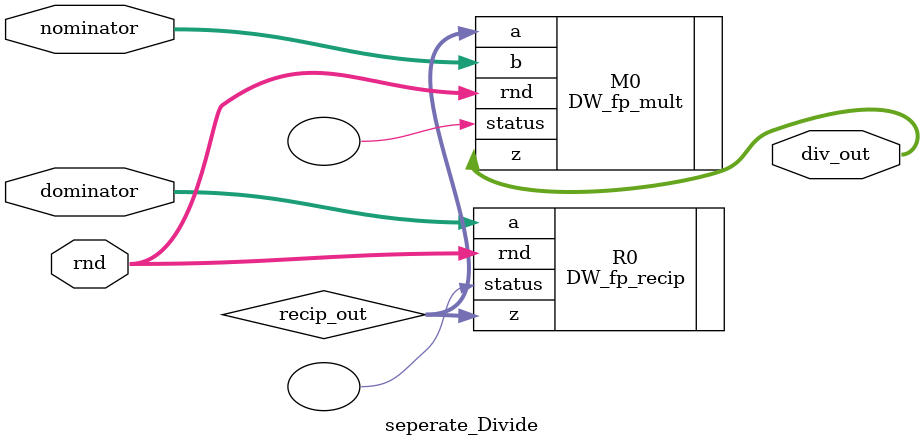
<source format=v>







module SNN(
    //Input Port
    clk,
    rst_n,
    in_valid,
    Img,
    Kernel,
	Weight,
    Opt,

    //Output Port
    out_valid,
    out
    );


//---------------------------------------------------------------------
//   PARAMETER & integer
//---------------------------------------------------------------------

// IEEE floating point parameter
parameter inst_sig_width = 23;
parameter inst_exp_width = 8;
parameter inst_ieee_compliance = 0;
parameter inst_arch_type = 0;
parameter inst_arch = 0;
parameter inst_faithful_round = 0;
parameter IDLE = 0, CONV = 1, IMG1_COM = 2, IMG2_COM = 3 ;

integer i ;

//---------------------------------------------------------------------
//   I/O port 
//---------------------------------------------------------------------
input rst_n, clk, in_valid;
input [inst_sig_width+inst_exp_width:0] Img, Kernel, Weight;
input [1:0] Opt;

output reg	out_valid;
output reg [inst_sig_width+inst_exp_width:0] out;

//---------------------------------------------------------------------
//   wire & reg  
//---------------------------------------------------------------------
reg  [1:0]row, col ;
reg  [7:0]global_count ;
reg  [7:0]global_count2 ;

reg  [inst_sig_width+inst_exp_width:0] img_row1 [0:3] ;
reg  [inst_sig_width+inst_exp_width:0] img_row2 [0:3] ;
reg  [inst_sig_width+inst_exp_width:0] img_row3 [0:3] ;
reg  [inst_sig_width+inst_exp_width:0] img_row4 [0:3] ;
									   
reg  [inst_sig_width+inst_exp_width:0] kernel_save1 [0:8] ;
reg  [inst_sig_width+inst_exp_width:0] kernel_save2 [0:8] ;
reg  [inst_sig_width+inst_exp_width:0] kernel_save3 [0:8] ;
									   
reg  [inst_sig_width+inst_exp_width:0] weight_save [0:3] ;
reg  [1:0] opt_save ; 

reg  [inst_sig_width+inst_exp_width:0] shift_img_reg1 [0:2] ;
reg  [inst_sig_width+inst_exp_width:0] shift_img_reg2 [0:2] ;
reg  [inst_sig_width+inst_exp_width:0] shift_img_reg3 [0:2] ;

reg  [inst_sig_width+inst_exp_width:0] final_chosen_pixel [0:2] ;
wire [inst_sig_width+inst_exp_width:0] dp3_out [0:2] ;
reg  [inst_sig_width+inst_exp_width:0] dp3 [0:2] ;

reg  [inst_sig_width+inst_exp_width:0] feature_map [0:3][0:3] ;
wire [inst_sig_width+inst_exp_width:0] sum3_out ;
wire [inst_sig_width+inst_exp_width:0] add_out  ;

reg  [inst_sig_width+inst_exp_width:0] max_pool [0:3] ;
reg  [inst_sig_width+inst_exp_width:0] cmp1, cmp2, big_one, small_one ;

reg  [inst_sig_width+inst_exp_width:0] fully_flattern [0:3] ;
reg  [inst_sig_width+inst_exp_width:0] fully_add_out ;

reg  [inst_sig_width+inst_exp_width:0] norm_max, norm_min ;
reg  [inst_sig_width+inst_exp_width:0] cmp3, cmp4, big_o, small_o ;
reg  [inst_sig_width+inst_exp_width:0] norm_nomi, norm_domi ;
wire [inst_sig_width+inst_exp_width:0] norm_out ;
reg  [inst_sig_width+inst_exp_width:0] norm ;
reg [inst_sig_width+inst_exp_width:0] div_nomi, div_domi ; 

wire [inst_sig_width+inst_exp_width:0] exp_out ;
reg  [inst_sig_width+inst_exp_width:0] exp [0:3] ;

reg [inst_sig_width+inst_exp_width:0] recip_in ;
wire [inst_sig_width+inst_exp_width:0] recip_out ;
reg [inst_sig_width+inst_exp_width:0] recip [0:3] ; 

reg [inst_sig_width+inst_exp_width:0] add1, add2, add3, add4 ;
wire [inst_sig_width+inst_exp_width:0] add_out1, add_out2 ; 

reg [inst_sig_width+inst_exp_width:0] one_plus_exp ; 
reg [inst_sig_width+inst_exp_width:0] exp_plus_exp, exp_minus_exp ; 

reg [inst_sig_width+inst_exp_width:0] tanh_or_sigmoid [0:3] ;

reg [inst_sig_width+inst_exp_width:0] encoding_vec [0:3] ;



//---------------------------------------------------------------------
//   FSM 
//---------------------------------------------------------------------
reg [1:0] curr_state, next_state ;

always @ (posedge clk or negedge rst_n) begin 
	if (!rst_n) curr_state <= IDLE ;
	else curr_state <= next_state ;
end


always @ (*) begin 
	case (curr_state)
		IDLE : begin 
			if (in_valid) next_state = CONV ;
			else next_state = IDLE ;
		end
		CONV : begin 
			if (global_count == 44) next_state = IMG1_COM ;
			else next_state = CONV ;
		end
		IMG1_COM : begin 
			if (global_count2 == 27) next_state = IMG2_COM ;
			else next_state = IMG1_COM ;
		end
		IMG2_COM : begin 
			if (global_count2 == 28) next_state = IDLE ;
			else next_state = IMG2_COM ;
		end
		default : next_state = IDLE ;
	endcase
end

//--------------------------------------------------------------------------------------------------------------------------------------------------------------------------------------------------------------------------------------
//   																													D-Flip Flop  
//--------------------------------------------------------------------------------------------------------------------------------------------------------------------------------------------------------------------------------------


//---------------------------------------------------------------------
//   global_count  
//---------------------------------------------------------------------
always @ (posedge clk or negedge rst_n) begin 
	if (!rst_n) begin 
		global_count <= 0 ;
	end
	else begin 
		if (curr_state == IMG1_COM && global_count == 57) global_count <= 10 ;
		else if (in_valid || curr_state == CONV || curr_state == IMG1_COM || curr_state == IMG2_COM) global_count <= global_count + 1 ;
		else global_count <= 0 ;
	end
end

//---------------------------------------------------------------------
//   global_count2 
//---------------------------------------------------------------------
always @ (posedge clk or negedge rst_n) begin 
	if (!rst_n) begin 
		global_count2 <= 0 ;
	end
	else begin
		if (curr_state == IMG1_COM && global_count2 == 27) global_count2 <= 0 ;
		else if (curr_state == IMG1_COM || (curr_state == IMG2_COM && global_count >= 45)) global_count2 <= global_count2 + 1 ;
		else global_count2 <= 0 ;
	end
end

//---------------------------------------------------------------------
//   row  
//---------------------------------------------------------------------
always @ (posedge clk or negedge rst_n) begin 
	if (!rst_n) begin 
		row <= 0 ;
	end
	else begin 
		if (curr_state == IDLE) row <= 0 ;
		else if (col == 3) row <= row + 1 ;
		else row <= row ;
	end
end

//---------------------------------------------------------------------
//   col  
//---------------------------------------------------------------------
always @ (posedge clk or negedge rst_n) begin 
	if (!rst_n) begin 
		col <= 0 ;
	end
	else begin 
		if (global_count >= 8) col <= col + 1 ;
		else col <= 0 ;
	end
end

//---------------------------------------------------------------------
//   save image_row 
//---------------------------------------------------------------------
always @ (posedge clk or negedge rst_n) begin 
	if (!rst_n) begin 
		for (i = 0 ; i < 4 ; i = i + 1) begin 
			img_row1[i] <= 0 ;
		end
	end
	else begin 
		if (in_valid && global_count[3:0] < 4) begin 
			img_row1[3] <= Img ;
			img_row1[2] <= img_row1[3] ;
			img_row1[1] <= img_row1[2] ;
			img_row1[0] <= img_row1[1] ;
		end
		else begin 
			for (i = 0 ; i < 4 ; i = i + 1) begin 
				img_row1[i] <= img_row1[i] ;
			end

		end
	end
end

always @ (posedge clk or negedge rst_n) begin 
	if (!rst_n) begin 
		for (i = 0 ; i < 4 ; i = i + 1) begin 
			img_row2[i] <= 0 ;
		end
	end
	else begin 
		if (in_valid && global_count[3:0] >= 4 && global_count[3:0] < 8) begin 
			img_row2[3] <= Img ;
			img_row2[2] <= img_row2[3] ;
			img_row2[1] <= img_row2[2] ;
			img_row2[0] <= img_row2[1] ;
		end
		else begin 
			for (i = 0 ; i < 4 ; i = i + 1) begin 
				img_row2[i] <= img_row2[i] ;
			end

		end
	end
end

always @ (posedge clk or negedge rst_n) begin 
	if (!rst_n) begin 
		for (i = 0 ; i < 4 ; i = i + 1) begin 
			img_row3[i] <= 0 ;
		end
	end
	else begin 
		if (in_valid &&  global_count[3:0] >= 8 && global_count[3:0] < 12) begin 
			img_row3[3] <= Img ;
			img_row3[2] <= img_row3[3] ;
			img_row3[1] <= img_row3[2] ;
			img_row3[0] <= img_row3[1] ;
		end
		else begin 
			for (i = 0 ; i < 4 ; i = i + 1) begin 
				img_row3[i] <= img_row3[i] ;
			end

		end
	end
end

always @ (posedge clk or negedge rst_n) begin 
	if (!rst_n) begin 
		for (i = 0 ; i < 4 ; i = i + 1) begin 
			img_row4[i] <= 0 ;
		end
	end
	else begin 
		if (in_valid && global_count[3:0] >= 12 && global_count[3:0] < 16) begin 
			img_row4[3] <= Img ;
			img_row4[2] <= img_row4[3] ;
			img_row4[1] <= img_row4[2] ;
			img_row4[0] <= img_row4[1] ;
		end
		else begin 
			for (i = 0 ; i < 4 ; i = i + 1) begin 
				img_row4[i] <= img_row4[i] ;
			end
		end
	end
end

//---------------------------------------------------------------------
//   save kernel    
//---------------------------------------------------------------------
always @ (posedge clk or negedge rst_n) begin 
	if (!rst_n) begin 
		for (i = 0 ; i < 9 ; i = i + 1) begin 
			kernel_save1[i] <= 0 ;
		end
	end
	else begin 
		if (global_count < 9) begin 
			kernel_save1[8] <= Kernel ;
			kernel_save1[7] <= kernel_save1[8] ;
			kernel_save1[6] <= kernel_save1[7] ;
			kernel_save1[5] <= kernel_save1[6] ;
			kernel_save1[4] <= kernel_save1[5] ;
			kernel_save1[3] <= kernel_save1[4] ;
			kernel_save1[2] <= kernel_save1[3] ;
			kernel_save1[1] <= kernel_save1[2] ;
			kernel_save1[0] <= kernel_save1[1] ;
		end
		else begin 
			for (i = 0 ; i < 9 ; i = i + 1) begin 
				kernel_save1[i] <= kernel_save1[i] ;
			end
		end
	end
end

always @ (posedge clk or negedge rst_n) begin 
	if (!rst_n) begin 
		for (i = 0 ; i < 9 ; i = i + 1) begin 
			kernel_save2[i] <= 0 ;
		end
	end
	else begin 
		if (in_valid && curr_state == CONV && global_count >= 9 && global_count < 18) begin 
			kernel_save2[8] <= Kernel ;
			kernel_save2[7] <= kernel_save2[8] ;
			kernel_save2[6] <= kernel_save2[7] ;
			kernel_save2[5] <= kernel_save2[6] ;
			kernel_save2[4] <= kernel_save2[5] ;
			kernel_save2[3] <= kernel_save2[4] ;
			kernel_save2[2] <= kernel_save2[3] ;
			kernel_save2[1] <= kernel_save2[2] ;
			kernel_save2[0] <= kernel_save2[1] ;
		end
		else begin 
			for (i = 0 ; i < 9 ; i = i + 1) begin 
				kernel_save2[i] <= kernel_save2[i] ;
			end
		end
	end
end

always @ (posedge clk or negedge rst_n) begin 
	if (!rst_n) begin 
		for (i = 0 ; i < 9 ; i = i + 1) begin 
			kernel_save3[i] <= 0 ;
		end
	end
	else begin 
		if (in_valid && curr_state == CONV && global_count >= 18 && global_count < 27) begin 
			kernel_save3[8] <= Kernel ;
			kernel_save3[7] <= kernel_save3[8] ;
			kernel_save3[6] <= kernel_save3[7] ;
			kernel_save3[5] <= kernel_save3[6] ;
			kernel_save3[4] <= kernel_save3[5] ;
			kernel_save3[3] <= kernel_save3[4] ;
			kernel_save3[2] <= kernel_save3[3] ;
			kernel_save3[1] <= kernel_save3[2] ;
			kernel_save3[0] <= kernel_save3[1] ;
		end
		else begin 
			for (i = 0 ; i < 9 ; i = i + 1) begin 
				kernel_save3[i] <= kernel_save3[i] ;
			end
		end
	end
end

//---------------------------------------------------------------------
//   save weight   
//---------------------------------------------------------------------
always @ (posedge clk or negedge rst_n) begin 
	if (!rst_n) begin 
		for (i = 0 ; i < 4 ; i = i + 1) begin 
			weight_save[i] <= 0 ;
		end
	end
	else begin 
		if (global_count < 4) begin 
			weight_save[3] <= Weight ;
			weight_save[2] <= weight_save[3] ;
			weight_save[1] <= weight_save[2] ;
			weight_save[0] <= weight_save[1] ;
		end
		else begin 
			for (i = 0 ; i < 4 ; i = i + 1) begin 
				weight_save[i] <= weight_save[i] ;
			end
		end
	end
end

//---------------------------------------------------------------------
//   save opt   
//---------------------------------------------------------------------
always @ (posedge clk or negedge rst_n) begin 
	if (!rst_n) begin 
		opt_save <= 0 ;
	end
	else begin 
		if (global_count < 1) begin 
			opt_save <= Opt ;
		end
		else begin 
			opt_save <= opt_save ;
		end
	end
end


//---------------------------------------------------------------------
//   cal_dp3   
//---------------------------------------------------------------------
always @ (posedge clk or negedge rst_n) begin 
	if (!rst_n) begin 
		for (i = 0 ; i < 3 ; i = i + 1) begin 
			shift_img_reg1[i] <= 0 ;
			shift_img_reg2[i] <= 0 ;
			shift_img_reg3[i] <= 0 ;
		end
	end
	else begin 
		if (global_count >= 8) begin 
			shift_img_reg1[2] <= final_chosen_pixel[0] ;
			shift_img_reg2[2] <= final_chosen_pixel[1];
			shift_img_reg3[2] <= final_chosen_pixel[2];
			shift_img_reg1[1] <= shift_img_reg1[2] ;
			shift_img_reg2[1] <= shift_img_reg2[2] ;
			shift_img_reg3[1] <= shift_img_reg3[2] ;
			shift_img_reg1[0] <= shift_img_reg1[1] ;
			shift_img_reg2[0] <= shift_img_reg2[1] ;
			shift_img_reg3[0] <= shift_img_reg3[1] ;
		end
		else begin 
			for (i = 0 ; i < 3 ; i = i + 1) begin 
				shift_img_reg1[i] <= shift_img_reg1[i] ;
				shift_img_reg2[i] <= shift_img_reg2[i] ;
				shift_img_reg3[i] <= shift_img_reg3[i] ;
			end
		end
	end
end

//---------------------------------------------------------------------
//   dp3   
//---------------------------------------------------------------------
always @ (posedge clk or negedge rst_n) begin 
	if (!rst_n) begin 
		for (i = 0 ; i < 3 ; i = i + 1) begin 
			dp3[i] <= 0 ;
		end
	end
	else begin 
		dp3[0] <= dp3_out[0] ;
		dp3[1] <= dp3_out[1] ;
		dp3[2] <= dp3_out[2] ;
	end
end


//---------------------------------------------------------------------
//   feature_map   
//---------------------------------------------------------------------

always @ (posedge clk or negedge rst_n) begin 
	if (!rst_n) begin 
		feature_map[0][3] <= 0 ;
	end
	else begin 
		if (global_count == 45 || global_count <= 10) feature_map[0][3] <= 0 ;
		else if (col == 3 && row == 0) feature_map[0][3] <= add_out ;
		else feature_map[0][3] <= feature_map[0][3] ;
	end
end

always @ (posedge clk or negedge rst_n) begin 
	if (!rst_n) begin 
		feature_map[1][0] <= 0 ;
	end
	else begin 
		if (global_count == 45 || global_count <= 10) feature_map[1][0] <= 0 ;
		else if (col == 0 && row == 1) feature_map[1][0] <= add_out ;
		else feature_map[1][0] <= feature_map[1][0] ;
	end
end

always @ (posedge clk or negedge rst_n) begin 
	if (!rst_n) begin 
		feature_map[1][1] <= 0 ;
	end
	else begin 
		if (global_count == 47 || global_count <= 10) feature_map[1][1] <= 0 ;
		else if (col == 1 && row == 1) feature_map[1][1] <= add_out ;
		else feature_map[1][1] <= feature_map[1][1] ;
	end
end

always @ (posedge clk or negedge rst_n) begin 
	if (!rst_n) begin 
		feature_map[1][2] <= 0 ;
	end
	else begin 
		if (global_count == 47 || global_count <= 10) feature_map[1][2] <= 0 ;
		else if (col == 2 && row == 1) feature_map[1][2] <= add_out ;
		else feature_map[1][2] <= feature_map[1][2] ;
	end
end

always @ (posedge clk or negedge rst_n) begin 
	if (!rst_n) begin 
		feature_map[1][3] <= 0 ;
	end
	else begin 
		if (global_count == 48 || global_count <= 10) feature_map[1][3] <= 0 ;
		else if (col == 3 && row == 1) feature_map[1][3] <= add_out ;
		else feature_map[1][3] <= feature_map[1][3] ;
	end
end

always @ (posedge clk or negedge rst_n) begin 
	if (!rst_n) begin 
		feature_map[2][0] <= 0 ;
	end
	else begin 
		if (global_count == 49 || global_count <= 10) feature_map[2][0] <= 0 ;
		else if (col == 0 && row == 2) feature_map[2][0] <= add_out ;
		else feature_map[2][0] <= feature_map[2][0] ;
	end
end

always @ (posedge clk or negedge rst_n) begin 
	if (!rst_n) begin 
		feature_map[2][1] <= 0 ;
	end
	else begin 
		if (global_count == 50 || global_count <= 10) feature_map[2][1] <= 0 ;
		else if (col == 1 && row == 2) feature_map[2][1] <= add_out ;
		else feature_map[2][1] <= feature_map[2][1] ;
	end
end

always @ (posedge clk or negedge rst_n) begin 
	if (!rst_n) begin 
		feature_map[2][2] <= 0 ;
	end
	else begin 
		if (global_count == 51 || global_count <= 10) feature_map[2][2] <= 0 ;
		else if (col == 2 && row == 2) feature_map[2][2] <= add_out ;
		else feature_map[2][2] <= feature_map[2][2] ;
	end
end

always @ (posedge clk or negedge rst_n) begin 
	if (!rst_n) begin 
		feature_map[2][3] <= 0 ;
	end
	else begin 
		if (global_count == 53 || global_count <= 10) feature_map[2][3] <= 0 ;
		else if (col == 3 && row == 2) feature_map[2][3] <= add_out ;
		else feature_map[2][3] <= feature_map[2][3] ;
	end
end

always @ (posedge clk or negedge rst_n) begin 
	if (!rst_n) begin 
		feature_map[3][0] <= 0 ;
	end
	else begin 
		if (global_count == 53 || global_count <= 10) feature_map[3][0] <= 0 ;
		else if (col == 0 && row == 3) feature_map[3][0] <= add_out ;
		else feature_map[3][0] <= feature_map[3][0] ;
	end
end

always @ (posedge clk or negedge rst_n) begin 
	if (!rst_n) begin 
		feature_map[3][1] <= 0 ;
	end
	else begin 
		if (global_count == 55 || global_count <= 10) feature_map[3][1] <= 0 ;
		else if (col == 1 && row == 3) feature_map[3][1] <= add_out ;
		else feature_map[3][1] <= feature_map[3][1] ;
	end
end

always @ (posedge clk or negedge rst_n) begin 
	if (!rst_n) begin 
		feature_map[3][2] <= 0 ;
	end
	else begin 
		if (global_count == 55 || global_count <= 10) feature_map[3][2] <= 0 ;
		else if (col == 2 && row == 3) feature_map[3][2] <= add_out ;
		else feature_map[3][2] <= feature_map[3][2] ;
	end
end

always @ (posedge clk or negedge rst_n) begin 
	if (!rst_n) begin 
		feature_map[3][3] <= 0 ;
	end
	else begin 
		if (global_count == 56 || global_count <= 10) feature_map[3][3] <= 0 ;
		else if (col == 3 && row == 3) feature_map[3][3] <= add_out ;
		else feature_map[3][3] <= feature_map[3][3] ;
	end
end

always @ (posedge clk or negedge rst_n) begin 
	if (!rst_n) begin 
		feature_map[0][0] <= 0 ;
	end
	else begin 
		if (global_count == 57 || global_count <= 10) feature_map[0][0] <= 0 ;
		else if (col == 0 && row == 0) feature_map[0][0] <= add_out ;
		else feature_map[0][0] <= feature_map[0][0] ;
	end
end

always @ (posedge clk or negedge rst_n) begin 
	if (!rst_n) begin 
		feature_map[0][1] <= 0 ;
	end
	else begin 
		if (global_count2 == 13 || global_count <= 10) feature_map[0][1] <= 0 ;
		else if (col == 1 && row == 0) feature_map[0][1] <= add_out ;
		else feature_map[0][1] <= feature_map[0][1] ;
	end
end

always @ (posedge clk or negedge rst_n) begin 
	if (!rst_n) begin 
		feature_map[0][2] <= 0 ;
	end
	else begin 
		if (global_count2 == 14 || (curr_state == CONV && global_count <= 10)) feature_map[0][2] <= 0 ;
		else if (col == 2 && row == 0) feature_map[0][2] <= add_out ;
		else feature_map[0][2] <= feature_map[0][2] ;
	end
end

//---------------------------------------------------------------------
//   max_pool   
//---------------------------------------------------------------------
always @ (posedge clk or negedge rst_n) begin 
	if (!rst_n) begin 
		for (i = 0 ; i < 3 ; i = i + 1) begin 
			max_pool[i] <= 0 ;
		end
	end
	else begin 
		if (global_count2 == 0 || global_count2 == 3 || global_count2 == 4) begin 
			max_pool[0] <= big_one ;
			max_pool[1] <= max_pool[1] ;
			max_pool[2] <= max_pool[2] ;
			max_pool[3] <= max_pool[3] ;
		end
		else if (global_count2 == 2 || global_count2 == 5 || global_count2 == 6) begin 
			max_pool[0] <= max_pool[0] ;
			max_pool[1] <= big_one ;
			max_pool[2] <= max_pool[2] ;
			max_pool[3] <= max_pool[3] ;
		end
		else if (global_count2 == 8 || global_count2 == 11 || global_count2 == 12) begin 
			max_pool[0] <= max_pool[0] ;
			max_pool[1] <= max_pool[1] ;
			max_pool[2] <= big_one ;
			max_pool[3] <= max_pool[3] ;
		end
		else if (global_count2 == 10 || global_count2 == 13 || global_count2 == 14) begin 
			max_pool[0] <= max_pool[0] ;
			max_pool[1] <= max_pool[1] ;
			max_pool[2] <= max_pool[2] ;
			max_pool[3] <= big_one ;
		end
		else begin 
			max_pool[0] <= max_pool[0] ;
			max_pool[1] <= max_pool[1] ;
			max_pool[2] <= max_pool[2] ;
			max_pool[3] <= max_pool[3] ;
		end
	end
end

//---------------------------------------------------------------------
//   fully_connected   
//---------------------------------------------------------------------
always @ (posedge clk or negedge rst_n) begin 
	if (!rst_n) begin 
		fully_flattern[0] <= 0 ;
	end
	else begin 
		if (global_count2 == 0) fully_flattern[0] <= 0 ;
		else if (global_count2 == 5 || global_count2 == 7) fully_flattern[0] <= fully_add_out ;
		else fully_flattern[0] <= fully_flattern[0] ;
	end
end

always @ (posedge clk or negedge rst_n) begin 
	if (!rst_n) begin 
		fully_flattern[1] <= 0 ;
	end
	else begin 
		if (global_count2 == 0) fully_flattern[1] <= 0 ;
		else if (global_count2 == 6 || global_count2 == 8) fully_flattern[1] <= fully_add_out ;
		else fully_flattern[1] <= fully_flattern[1] ;
	end
end

always @ (posedge clk or negedge rst_n) begin 
	if (!rst_n) begin 
		fully_flattern[2] <= 0 ;
	end
	else begin 
		if (global_count2 == 0) fully_flattern[2] <= 0 ;
		else if (global_count2 == 13 || global_count2 == 15) fully_flattern[2] <= fully_add_out ;
		else fully_flattern[2] <= fully_flattern[2] ;
	end
end

always @ (posedge clk or negedge rst_n) begin 
	if (!rst_n) begin 
		fully_flattern[3] <= 0 ;
	end
	else begin 
		if (global_count2 == 0) fully_flattern[3] <= 0 ;
		else if (global_count2 == 14 || global_count2 == 16) fully_flattern[3] <= fully_add_out ;
		else fully_flattern[3] <= fully_flattern[3] ;
	end
end


//---------------------------------------------------------------------
//   norm_max   
//---------------------------------------------------------------------
always @ (posedge clk or negedge rst_n) begin 
	if (!rst_n) begin 
		norm_max <= 0 ;
	end
	else begin 
		if (global_count2 == 9 || global_count2 == 16 || global_count2 == 17) norm_max <= big_one ;
		else norm_max <= norm_max ;
	end
end

//---------------------------------------------------------------------
//   norm_min   
//---------------------------------------------------------------------
always @ (posedge clk or negedge rst_n) begin 
	if (!rst_n) begin 
		norm_min <= 0 ;
	end
	else begin 
		if (global_count2 == 9) norm_min <= small_one ;
		else if (global_count2 == 16 || global_count2 == 17) norm_min <= small_o ;
		else norm_min <= norm_min ;
	end
end

//---------------------------------------------------------------------
//   norm_domi   
//---------------------------------------------------------------------
always @ (posedge clk or negedge rst_n) begin 
	if (!rst_n) begin 
		norm_domi <= 1 ;
	end
	else begin 
		if (global_count2 == 18) norm_domi <= fully_add_out ;
		else norm_domi <= norm_domi ;
	end
end

//---------------------------------------------------------------------
//   norm_nomi   
//---------------------------------------------------------------------
always @ (posedge clk or negedge rst_n) begin 
	if (!rst_n) begin 
		norm_nomi <= 0 ;
	end
	else begin 
		if (global_count2 == 18) norm_nomi <= add_out1 ;
		else norm_nomi <= fully_add_out ;
	end
end

//---------------------------------------------------------------------
//   norm   
//---------------------------------------------------------------------
always @ (posedge clk or negedge rst_n) begin 
	if (!rst_n) begin 
		norm <= 0 ;
	end
	else begin 
		norm <= norm_out ;
	end
end

//---------------------------------------------------------------------
//   exp   
//---------------------------------------------------------------------
always @ (posedge clk or negedge rst_n) begin 
	if (!rst_n) begin 
		for (i = 0 ; i < 4 ; i = i +1) begin 
			exp[i] <= 0 ;
		end
	end
	else begin 
		if ((global_count2 >= 20 && global_count2 < 24)) begin 
			exp[3] <= exp_out ;
			exp[2] <= exp[3] ;
			exp[1] <= exp[2] ;
			exp[0] <= exp[1] ;
		end
		else begin 
			for (i = 0 ; i < 4 ; i = i +1) begin 
				exp[i] <= exp[i] ;
			end
		end
	end
end

//---------------------------------------------------------------------
//   recip   
//---------------------------------------------------------------------
always @ (posedge clk or negedge rst_n) begin 
	if (!rst_n) begin 
		for (i = 0 ; i < 4 ; i = i +1) begin 
			recip[i] <= 0 ;
		end
	end
	else begin 
		if ((global_count2 >= 21 && global_count2 < 25)) begin 
			recip[3] <= recip_out ;
			recip[2] <= recip[3] ;
			recip[1] <= recip[2] ;
			recip[0] <= recip[1] ;
		end
		else begin 
			for (i = 0 ; i < 4 ; i = i +1) begin 
				recip[i] <= recip[i] ;
			end
		end
	end
end

//---------------------------------------------------------------------
//   one_plus_exp   
//---------------------------------------------------------------------
always @ (posedge clk or negedge rst_n) begin 
	if (!rst_n) begin 
		one_plus_exp <= 0 ;
	end
	else begin 
		one_plus_exp <= add_out1 ;
	end
end

//---------------------------------------------------------------------
//   exp_plus_exp   
//---------------------------------------------------------------------
always @ (posedge clk or negedge rst_n) begin 
	if (!rst_n) begin 
		exp_plus_exp <= 0 ;
	end
	else begin 
		exp_plus_exp <= add_out2 ;
	end
end

//---------------------------------------------------------------------
//   exp_minus_exp   
//---------------------------------------------------------------------
always @ (posedge clk or negedge rst_n) begin 
	if (!rst_n) begin 
		exp_minus_exp <= 0 ;
	end
	else begin 
		exp_minus_exp <= fully_add_out ;
	end
end

//---------------------------------------------------------------------
//   tanh_or_sigmoid
//---------------------------------------------------------------------
always @ (posedge clk or negedge rst_n) begin 
	if (!rst_n) begin 
		for (i = 0 ; i < 4 ; i = i +1) begin 
			tanh_or_sigmoid[i] <= 0 ;
		end
	end
	else begin 
		if ((global_count2 >= 23 && global_count2 < 27)) begin 
			tanh_or_sigmoid[3] <= norm_out ;
			tanh_or_sigmoid[2] <= tanh_or_sigmoid[3] ;
			tanh_or_sigmoid[1] <= tanh_or_sigmoid[2] ;
			tanh_or_sigmoid[0] <= tanh_or_sigmoid[1] ;
		end
		else begin 
			for (i = 0 ; i < 4 ; i = i +1) begin 
				tanh_or_sigmoid[i] <= tanh_or_sigmoid[i] ;
			end
		end
	end
end

//---------------------------------------------------------------------
//   encoding_vec
//---------------------------------------------------------------------
always @ (posedge clk or negedge rst_n) begin 
	if (!rst_n) begin 
		for (i = 0 ; i < 4 ; i = i +1) begin 
			encoding_vec[i] <= 0 ;
		end
	end
	else begin
		if (curr_state == IDLE) begin 
			for (i = 0 ; i < 4 ; i = i +1) begin 
				encoding_vec[i] <= 0 ;
			end
		end
		else if (curr_state == IMG1_COM && global_count2 == 27) begin 
			encoding_vec[3] <= tanh_or_sigmoid[3] ;
			encoding_vec[2] <= tanh_or_sigmoid[2] ;
			encoding_vec[1] <= tanh_or_sigmoid[1] ;
			encoding_vec[0] <= tanh_or_sigmoid[0] ;
		end
		else if (curr_state == IMG2_COM && global_count2 == 27) begin 
			encoding_vec[3] <= (fully_add_out[31] == 1) ? {~fully_add_out[31], fully_add_out[30:0]} : fully_add_out ;
			encoding_vec[2] <= (add_out2[31] == 1) ? {~add_out2[31], add_out2[30:0]} : add_out2 ;
			encoding_vec[1] <= (sum3_out[31] == 1) ? {~sum3_out[31], sum3_out[30:0]} : sum3_out ;
			encoding_vec[0] <= (add_out1[31] == 1) ? {~add_out1[31], add_out1[30:0]} : add_out1 ;
		end
		else begin
			for (i = 0 ; i < 4 ; i = i +1) begin 
				encoding_vec[i] <= encoding_vec[i] ;
			end
		end
	end
end

//---------------------------------------------------------------------
//   out & out_valid  
//---------------------------------------------------------------------
always @ (posedge clk or negedge rst_n) begin 
	if (!rst_n) begin 
		out_valid <= 0 ;
		out <= 0 ;
	end
	else begin 
		if (global_count2 == 28) begin 
			out_valid <= 1 ;
			out <= fully_add_out ;
		end
		else begin 
			out_valid <= 0 ;
			out <= 0 ;
		end
	end
end


//--------------------------------------------------------------------------------------------------------------------------------------------------------------------------------------------------------------------------------------
//   																										  Hardware_signal  
//--------------------------------------------------------------------------------------------------------------------------------------------------------------------------------------------------------------------------------------
reg  [inst_sig_width+inst_exp_width:0] chosen_pixel  [0:3] ;
reg  [inst_sig_width+inst_exp_width:0] cal_dp3_1     [0:2] ;
reg  [inst_sig_width+inst_exp_width:0] cal_dp3_2     [0:2] ;
reg  [inst_sig_width+inst_exp_width:0] cal_dp3_3     [0:2] ;
reg  [inst_sig_width+inst_exp_width:0] multi_in      [0:1] ;
reg  [inst_sig_width+inst_exp_width:0] multi_out          ;
reg  [inst_sig_width+inst_exp_width:0] fully_add_in  [0:1] ; 
reg  [inst_sig_width+inst_exp_width:0] dp3_in        [0:8] ;
reg  [inst_sig_width+inst_exp_width:0] sum3_in       [0:2] ;




always @ (*) begin 
	if (col == 0) begin 
		chosen_pixel[0] = img_row1[0] ;
		chosen_pixel[1] = img_row2[0] ;
		chosen_pixel[2] = img_row3[0] ;
		chosen_pixel[3] = img_row4[0] ;
	end
	else if (col == 1) begin 
		chosen_pixel[0] = img_row1[1] ;
		chosen_pixel[1] = img_row2[1] ;
		chosen_pixel[2] = img_row3[1] ;
		chosen_pixel[3] = img_row4[1] ;
	end
	else if (col == 2) begin 
		chosen_pixel[0] = img_row1[2] ;
		chosen_pixel[1] = img_row2[2] ;
		chosen_pixel[2] = img_row3[2] ;
		chosen_pixel[3] = img_row4[2] ;
	end
	else begin 
		chosen_pixel[0] = img_row1[3] ;
		chosen_pixel[1] = img_row2[3] ;
		chosen_pixel[2] = img_row3[3] ;
		chosen_pixel[3] = img_row4[3] ;
	end
end

always @ (*) begin 
	case (opt_save)
		0, 2 : begin 
			if (row == 0) begin 
				final_chosen_pixel[0] = chosen_pixel[0] ;
				final_chosen_pixel[1] = chosen_pixel[0] ;
				final_chosen_pixel[2] = chosen_pixel[1] ;
			end
			else if (row == 1) begin 
				final_chosen_pixel[0] = chosen_pixel[0] ;
				final_chosen_pixel[1] = chosen_pixel[1] ;
				final_chosen_pixel[2] = chosen_pixel[2] ;
			end
			else if (row == 2) begin 
				final_chosen_pixel[0] = chosen_pixel[1] ;
				final_chosen_pixel[1] = chosen_pixel[2] ;
				final_chosen_pixel[2] = chosen_pixel[3] ;
			end
			else begin 
				final_chosen_pixel[0] = chosen_pixel[2] ;
				final_chosen_pixel[1] = chosen_pixel[3] ;
				final_chosen_pixel[2] = chosen_pixel[3] ;
			end
		end
		default : begin 
			if (row == 0) begin 
				final_chosen_pixel[0] = 32'b00000000000000000000000000000000 ;
				final_chosen_pixel[1] = chosen_pixel[0] ;
				final_chosen_pixel[2] = chosen_pixel[1] ;
			end
			else if (row == 1) begin 
				final_chosen_pixel[0] = chosen_pixel[0] ;
				final_chosen_pixel[1] = chosen_pixel[1] ;
				final_chosen_pixel[2] = chosen_pixel[2] ;
			end
			else if (row == 2) begin 
				final_chosen_pixel[0] = chosen_pixel[1] ;
				final_chosen_pixel[1] = chosen_pixel[2] ;
				final_chosen_pixel[2] = chosen_pixel[3] ;
			end
			else begin 
				final_chosen_pixel[0] = chosen_pixel[2] ;
				final_chosen_pixel[1] = chosen_pixel[3] ;
				final_chosen_pixel[2] = 32'b00000000000000000000000000000000 ;
			end
		end
	endcase 
end


always @ (*) begin 
	case (opt_save)
		0, 2 : begin 
			if (col == 2) begin 
				cal_dp3_1[0] = shift_img_reg1[1] ;
				cal_dp3_2[0] = shift_img_reg2[1] ;
				cal_dp3_3[0] = shift_img_reg3[1] ;
				cal_dp3_1[1] = shift_img_reg1[1] ;
				cal_dp3_2[1] = shift_img_reg2[1] ;
				cal_dp3_3[1] = shift_img_reg3[1] ;
				cal_dp3_1[2] = shift_img_reg1[2] ;
				cal_dp3_2[2] = shift_img_reg2[2] ;
				cal_dp3_3[2] = shift_img_reg3[2] ;
			end
			else if (col == 1) begin 
				cal_dp3_1[0] = shift_img_reg1[0] ;
				cal_dp3_2[0] = shift_img_reg2[0] ;
				cal_dp3_3[0] = shift_img_reg3[0] ;
				cal_dp3_1[1] = shift_img_reg1[1] ;
				cal_dp3_2[1] = shift_img_reg2[1] ;
				cal_dp3_3[1] = shift_img_reg3[1] ;
				cal_dp3_1[2] = shift_img_reg1[1] ;
				cal_dp3_2[2] = shift_img_reg2[1] ;
				cal_dp3_3[2] = shift_img_reg3[1] ;
			end
			else begin 
				cal_dp3_1[0] = shift_img_reg1[0] ;
				cal_dp3_2[0] = shift_img_reg2[0] ;
				cal_dp3_3[0] = shift_img_reg3[0] ;
				cal_dp3_1[1] = shift_img_reg1[1] ;
				cal_dp3_2[1] = shift_img_reg2[1] ;
				cal_dp3_3[1] = shift_img_reg3[1] ;
				cal_dp3_1[2] = shift_img_reg1[2] ;
				cal_dp3_2[2] = shift_img_reg2[2] ;
				cal_dp3_3[2] = shift_img_reg3[2] ;
			end
		end
		default : begin 
			if (col == 2) begin 
				cal_dp3_1[0] = 32'b00000000000000000000000000000000 ;
				cal_dp3_2[0] = 32'b00000000000000000000000000000000 ;
				cal_dp3_3[0] = 32'b00000000000000000000000000000000 ;
				cal_dp3_1[1] = shift_img_reg1[1] ;
				cal_dp3_2[1] = shift_img_reg2[1] ;
				cal_dp3_3[1] = shift_img_reg3[1] ;
				cal_dp3_1[2] = shift_img_reg1[2] ;
				cal_dp3_2[2] = shift_img_reg2[2] ;
				cal_dp3_3[2] = shift_img_reg3[2] ;
			end
			else if (col == 1) begin 
				cal_dp3_1[0] = shift_img_reg1[0] ;
				cal_dp3_2[0] = shift_img_reg2[0] ;
				cal_dp3_3[0] = shift_img_reg3[0] ;
				cal_dp3_1[1] = shift_img_reg1[1] ;
				cal_dp3_2[1] = shift_img_reg2[1] ;
				cal_dp3_3[1] = shift_img_reg3[1] ;
				cal_dp3_1[2] = 32'b00000000000000000000000000000000 ;
				cal_dp3_2[2] = 32'b00000000000000000000000000000000 ;
				cal_dp3_3[2] = 32'b00000000000000000000000000000000 ;
			end
			else begin 
				cal_dp3_1[0] = shift_img_reg1[0] ;
				cal_dp3_2[0] = shift_img_reg2[0] ;
				cal_dp3_3[0] = shift_img_reg3[0] ;
				cal_dp3_1[1] = shift_img_reg1[1] ;
				cal_dp3_2[1] = shift_img_reg2[1] ;
				cal_dp3_3[1] = shift_img_reg3[1] ;
				cal_dp3_1[2] = shift_img_reg1[2] ;
				cal_dp3_2[2] = shift_img_reg2[2] ;
				cal_dp3_3[2] = shift_img_reg3[2] ;
			end
		end
	endcase 
end

always @ (*) begin 
	if (global_count < 26) begin 
		for (i = 0 ; i < 9 ; i = i + 1) begin 
			dp3_in[i] = kernel_save1[i] ;
		end
	end
	else if ((global_count >= 26 && global_count < 42)) begin 
		for (i = 0 ; i < 9 ; i = i + 1) begin 
			dp3_in[i] = kernel_save2[i] ;
		end
	end
	else if ((global_count >= 42 && global_count < 58)) begin 
		for (i = 0 ; i < 9 ; i = i + 1) begin 
			dp3_in[i] = kernel_save3[i] ;
		end
	end
	else begin 
		for (i = 0 ; i < 9 ; i = i + 1) begin 
			dp3_in[i] = 0 ;
		end
	end
end


always @ (*) begin 
	if (curr_state == IMG2_COM && global_count2 == 27) begin 
		sum3_in[0] = 32'b00000000000000000000000000000000 ;
		sum3_in[1] = tanh_or_sigmoid[1] ;
		sum3_in[2] = {~encoding_vec[1][31], encoding_vec[1][30:0]} ;
	end
	else begin 
		sum3_in[0] = dp3[0] ;
		sum3_in[1] = dp3[1] ;
		sum3_in[2] = dp3[2] ;
	end
end

always @ (*) begin 
	if (global_count2 == 0) begin 
		cmp1 = feature_map[0][3] ;
		cmp2 = feature_map[1][0] ;
	end
	else if (global_count2 == 2 ) begin 
		cmp1 = feature_map[1][1] ;
		cmp2 = feature_map[1][2] ;
	end
	else if (global_count2 == 3) begin 
		cmp1 = max_pool[0] ;
		cmp2 = feature_map[1][3] ;
	end
	else if (global_count2 == 4) begin 
		cmp1 = max_pool[0] ;
		cmp2 = feature_map[2][0] ;
	end
	else if (global_count2 == 5 ) begin 
		cmp1 = max_pool[1] ;
		cmp2 = feature_map[2][1] ;
	end
	else if (global_count2 == 6) begin 
		cmp1 = max_pool[1] ;
		cmp2 = feature_map[2][2] ;
	end
	else if (global_count2 == 8 ) begin 
		cmp1 = feature_map[2][3] ;
		cmp2 = feature_map[3][0] ;
	end
	else if (global_count2 == 9 ) begin 
		cmp1 = fully_flattern[0] ;
		cmp2 = fully_flattern[1] ;
	end 
	else if (global_count2 == 10 ) begin 
		cmp1 = feature_map[3][1] ;
		cmp2 = feature_map[3][2] ;
	end
	else if (global_count2 == 11) begin 
		cmp1 = max_pool[2] ;
		cmp2 = feature_map[3][3] ;
	end
	else if (global_count2 == 12 ) begin 
		cmp1 = max_pool[2] ;
		cmp2 = feature_map[0][0] ;
	end
	else if (global_count2 == 13) begin 
		cmp1 = max_pool[3] ;
		cmp2 = feature_map[0][1] ;
	end
	else if (global_count2 == 14) begin 
		cmp1 = max_pool[3] ;
		cmp2 = feature_map[0][2] ;
	end
	else if (global_count2 == 16) begin 
		cmp1 = fully_flattern[2] ;
		cmp2 = norm_max ;
	end
	else if (global_count2 == 17) begin 
		cmp1 = fully_flattern[3] ;
		cmp2 = norm_max ;
	end
	else begin 
		cmp1 = feature_map[0][2] ;
		cmp2 = feature_map[0][3] ;
	end
end

always @ (*) begin 
	if (global_count2 == 5) begin 
		multi_in[0] = max_pool[0] ;
		multi_in[1] = weight_save[0] ;
	end
	else if (global_count2 == 6) begin 
		multi_in[0] = max_pool[0] ;
		multi_in[1] = weight_save[1] ;
	end
	else if (global_count2 == 7) begin 
		multi_in[0] = max_pool[1] ;
		multi_in[1] = weight_save[2] ;
	end
	else if (global_count2 == 8) begin 
		multi_in[0] = max_pool[1] ;
		multi_in[1] = weight_save[3] ;
	end
	else if (global_count2 == 13) begin 
		multi_in[0] = max_pool[2] ;
		multi_in[1] = weight_save[0] ;
	end
	else if (global_count2 == 14) begin 
		multi_in[0] = max_pool[2] ;
		multi_in[1] = weight_save[1] ;
	end
	else if (global_count2 == 15) begin 
		multi_in[0] = max_pool[3] ;
		multi_in[1] = weight_save[2] ;
	end
	else if (global_count2 == 16) begin 
		multi_in[0] = max_pool[3] ;
		multi_in[1] = weight_save[3] ;
	end
	else begin 
		multi_in[0] = 0 ;
		multi_in[1] = 0 ;
	end
end

always @ (*) begin 
	if (global_count2 == 5) begin 
		fully_add_in[0] = fully_flattern[0] ;
		fully_add_in[1] = multi_out ;
	end
	else if (global_count2 == 6) begin 
		fully_add_in[0] = fully_flattern[1] ;
		fully_add_in[1] = multi_out ;
	end
	else if (global_count2 == 7) begin 
		fully_add_in[0] = fully_flattern[0] ;
		fully_add_in[1] = multi_out ;
	end
	else if (global_count2 == 8) begin 
		fully_add_in[0] = fully_flattern[1] ;
		fully_add_in[1] = multi_out ;
	end
	else if (global_count2 == 13) begin 
		fully_add_in[0] = fully_flattern[2] ;
		fully_add_in[1] = multi_out ;
	end
	else if (global_count2 == 14) begin 
		fully_add_in[0] = fully_flattern[3] ;
		fully_add_in[1] = multi_out ;
	end
	else if (global_count2 == 15) begin 
		fully_add_in[0] = fully_flattern[2] ;
		fully_add_in[1] = multi_out ;
	end
	else if (global_count2 == 16) begin 
		fully_add_in[0] = fully_flattern[3] ;
		fully_add_in[1] = multi_out ;
	end
	else if (global_count2 == 18) begin 
		fully_add_in[0] = norm_max ;
		fully_add_in[1] = {~norm_min[31], norm_min[30:0]} ;
	end
	else if (global_count2 == 19) begin 
		fully_add_in[0] = fully_flattern[1] ;
		fully_add_in[1] = {~norm_min[31], norm_min[30:0]} ;
	end
	else if (global_count2 == 20) begin 
		fully_add_in[0] = fully_flattern[2] ;
		fully_add_in[1] = {~norm_min[31], norm_min[30:0]} ;
	end
	else if (global_count2 == 21) begin 
		fully_add_in[0] = fully_flattern[3] ;
		fully_add_in[1] = {~norm_min[31], norm_min[30:0]} ;
	end
	else if ((global_count2 >= 22 && global_count2 < 25)) begin 
		fully_add_in[0] = exp[2] ;
		fully_add_in[1] = {~recip[3][31], recip[3][30:0]} ;
	end
	else if (global_count2 == 25) begin 
		fully_add_in[0] = exp[3] ;
		fully_add_in[1] = {~recip[3][31], recip[3][30:0]} ;
	end
	else if (global_count2 == 27) begin 
		fully_add_in[0] = tanh_or_sigmoid[3] ;
		fully_add_in[1] =  {~encoding_vec[3][31], encoding_vec[3][30:0]} ;
	end
	else if (global_count2 == 28) begin 
		fully_add_in[0] = encoding_vec[3] ;
		fully_add_in[1] = add_out2 ;
	end
	else begin 
		fully_add_in[0] = 0 ;
		fully_add_in[1] = 0 ;
	end
end


always @ (*) begin 
	if (global_count2 == 16) begin 
		cmp3 = norm_min ;
		cmp4 = fully_flattern[2] ;
	end
	else if (global_count2 == 17) begin 
		cmp3 = norm_min ;
		cmp4 = fully_flattern[3] ;
	end
	else begin 
		cmp3 = norm_min ;
		cmp4 = fully_flattern[2] ;
	end
end

always @ (*) begin 
	if ((global_count2 >= 19 && global_count2 < 23)) begin 
		div_nomi = norm_nomi ;
		div_domi = norm_domi ;
	end
	else if ((opt_save == 2 || opt_save == 3) && (global_count2 >= 23 && global_count2 < 27)) begin 
		div_nomi = exp_minus_exp ;
		div_domi = exp_plus_exp ;
	end
	else if ((opt_save == 0 || opt_save == 1) && (global_count2 >= 23 && global_count2 < 27)) begin 
		div_nomi = 32'b00111111100000000000000000000000 ;
		div_domi = one_plus_exp ;
	end
	else begin 
		div_nomi = 0 ;
		div_domi = 0 ;
	end
end


always @ (*) begin 
	if ((global_count2 >= 21 && global_count2 < 25)) begin 
		recip_in = exp[3] ;
	end
	else begin 
		recip_in = 1 ;
	end
end

always @ (*) begin 
	if (global_count2 == 18) begin 
		add1 = fully_flattern[0] ;
		add2 = {~norm_min[31], norm_min[30:0]} ;
	end
	else if ((global_count2 >= 22 && global_count2 < 26)) begin 
		add1 = 32'b00111111100000000000000000000000 ;
		add2 = recip[3] ;
	end
	else if (global_count2 == 27) begin 
		add1 = tanh_or_sigmoid[0] ;
		add2 = {~encoding_vec[0][31], encoding_vec[0][30:0]} ;
	end
	else if (global_count2 == 28) begin 
		add1 = encoding_vec[0] ;
		add2 = encoding_vec[1] ;
	end
	else begin 
		add1 = 0 ;
		add2 = 0 ;
	end
end

always @ (*) begin 
	if ((global_count2 >= 22 && global_count2 < 25) ) begin 
		add3 = exp[2] ;
		add4 = recip[3] ;
	end
	else if (global_count2 == 25) begin 
		add3 = exp[3] ;
		add4 = recip[3] ;
	end
	else if (global_count2 == 27) begin 
		add3 = tanh_or_sigmoid[2] ;
		add4 = {~encoding_vec[2][31], encoding_vec[2][30:0]} ;
	end
	else if (global_count2 == 28) begin 
		add3 = add_out1 ;
		add4 = encoding_vec[2] ;
	end
	else begin 
		add3 = 0 ;
		add4 = 0 ;
	end
end


//--------------------------------------------------------------------------------------------------------------------------------------------------------------------------------------------------------------------------------------
//   																											   Hardware  
//--------------------------------------------------------------------------------------------------------------------------------------------------------------------------------------------------------------------------------------

seperate_dp3 U1 (.dp3_a(cal_dp3_1[0]), .dp3_b(dp3_in[0]), .dp3_c(cal_dp3_1[1]), .dp3_d(dp3_in[1]), .dp3_e(cal_dp3_1[2]), .dp3_f(dp3_in[2]), .rnd(3'b000), .dp3_out(dp3_out[0]));
seperate_dp3 U2 (.dp3_a(cal_dp3_2[0]), .dp3_b(dp3_in[3]), .dp3_c(cal_dp3_2[1]), .dp3_d(dp3_in[4]), .dp3_e(cal_dp3_2[2]), .dp3_f(dp3_in[5]), .rnd(3'b000), .dp3_out(dp3_out[1]));
seperate_dp3 U3 (.dp3_a(cal_dp3_3[0]), .dp3_b(dp3_in[6]), .dp3_c(cal_dp3_3[1]), .dp3_d(dp3_in[7]), .dp3_e(cal_dp3_3[2]), .dp3_f(dp3_in[8]), .rnd(3'b000), .dp3_out(dp3_out[2]));
DW_fp_sum3 #(inst_sig_width, inst_exp_width, inst_ieee_compliance, inst_arch_type) U4 (.a(sum3_in[0]), .b(sum3_in[1]), .c(sum3_in[2]), .rnd(3'b000), .z(sum3_out), .status() ) ;
DW_fp_add  #(inst_sig_width, inst_exp_width, inst_ieee_compliance) U5 ( .a(feature_map[row][col]), .b(sum3_out), .rnd(3'b000), .z(add_out), .status() );
DW_fp_cmp  #(inst_sig_width, inst_exp_width, inst_ieee_compliance) U6 (.a(cmp1), .b(cmp2), .zctr(1'b0), .aeqb(), .altb(), .agtb(), .unordered(), .z0(small_one), .z1(big_one), .status0(), .status1() );
DW_fp_mult #(inst_sig_width, inst_exp_width, inst_ieee_compliance) U7  ( .a(multi_in[0]), .b(multi_in[1]), .rnd(3'b000), .z(multi_out), .status());
DW_fp_add  #(inst_sig_width, inst_exp_width, inst_ieee_compliance) U14 ( .a(fully_add_in[0]), .b(fully_add_in[1]), .rnd(3'b000), .z(fully_add_out), .status() );
DW_fp_cmp #(inst_sig_width, inst_exp_width, inst_ieee_compliance) U8 (.a(cmp3), .b(cmp4), .zctr(1'b0), .aeqb(), .altb(), .agtb(), .unordered(), .z0(small_o), .z1(big_o), .status0(), .status1() );
seperate_Divide U9 (.nominator(div_nomi), .dominator(div_domi), .rnd(3'b000), .div_out(norm_out)) ;
DW_fp_exp #(inst_sig_width, inst_exp_width, inst_ieee_compliance, inst_arch) U10 (.a(norm), .z(exp_out), .status() );
DW_fp_recip #(inst_sig_width, inst_exp_width, inst_ieee_compliance,0) U11 (.a(recip_in), .rnd(3'b000), .z(recip_out), .status() );
DW_fp_add  #(inst_sig_width, inst_exp_width, inst_ieee_compliance) U12 ( .a(add1), .b(add2), .rnd(3'b000), .z(add_out1), .status() );
DW_fp_add  #(inst_sig_width, inst_exp_width, inst_ieee_compliance) U13 ( .a(add3), .b(add4), .rnd(3'b000), .z(add_out2), .status() );
endmodule


module seperate_dp3(dp3_a, dp3_b, dp3_c, dp3_d, dp3_e, dp3_f, rnd, dp3_out);

parameter inst_sig_width = 23;
parameter inst_exp_width = 8;
parameter inst_ieee_compliance = 0;

input  [2:0] rnd ;
input  [inst_sig_width+inst_exp_width:0] dp3_a, dp3_b, dp3_c, dp3_d, dp3_e, dp3_f ;
output [inst_sig_width+inst_exp_width:0] dp3_out ;

wire   [inst_sig_width+inst_exp_width:0] mult_out1, mult_out2, mult_out3;

DW_fp_mult #(inst_sig_width, inst_exp_width, inst_ieee_compliance) M0( .a(dp3_a), .b(dp3_b), .rnd(rnd), .z(mult_out1), .status());
DW_fp_mult #(inst_sig_width, inst_exp_width, inst_ieee_compliance) M1( .a(dp3_c), .b(dp3_d), .rnd(rnd), .z(mult_out2), .status() );
DW_fp_mult #(inst_sig_width, inst_exp_width, inst_ieee_compliance) M2( .a(dp3_e), .b(dp3_f), .rnd(rnd), .z(mult_out3), .status() );
DW_fp_sum3 #(inst_sig_width, inst_exp_width, inst_ieee_compliance) S0( .a(mult_out1), .b(mult_out2), .c(mult_out3), .rnd(rnd), .z(dp3_out), .status());

// synopsys dc_script_begin
// set_implementation rtl M0
// set_implementation rtl M1
// set_implementation rtl M2
// set_implementation rtl S0
// synopsys dc_script_end

endmodule



module seperate_Divide(nominator, dominator, rnd, div_out);

parameter inst_sig_width = 23;
parameter inst_exp_width = 8;
parameter inst_ieee_compliance = 0;

input  [2:0] rnd ;
input  [inst_sig_width+inst_exp_width:0] nominator, dominator ;
output [inst_sig_width+inst_exp_width:0] div_out ;

wire   [inst_sig_width+inst_exp_width:0] recip_out;


DW_fp_recip #(inst_sig_width, inst_exp_width, inst_ieee_compliance,0) R0 (.a(dominator), .rnd(rnd), .z(recip_out), .status());
DW_fp_mult  #(inst_sig_width, inst_exp_width, inst_ieee_compliance) M0( .a(recip_out), .b(nominator), .rnd(rnd), .z(div_out), .status());

// synopsys dc_script_begin
// set_implementation rtl M0
// synopsys dc_script_end

endmodule
</source>
